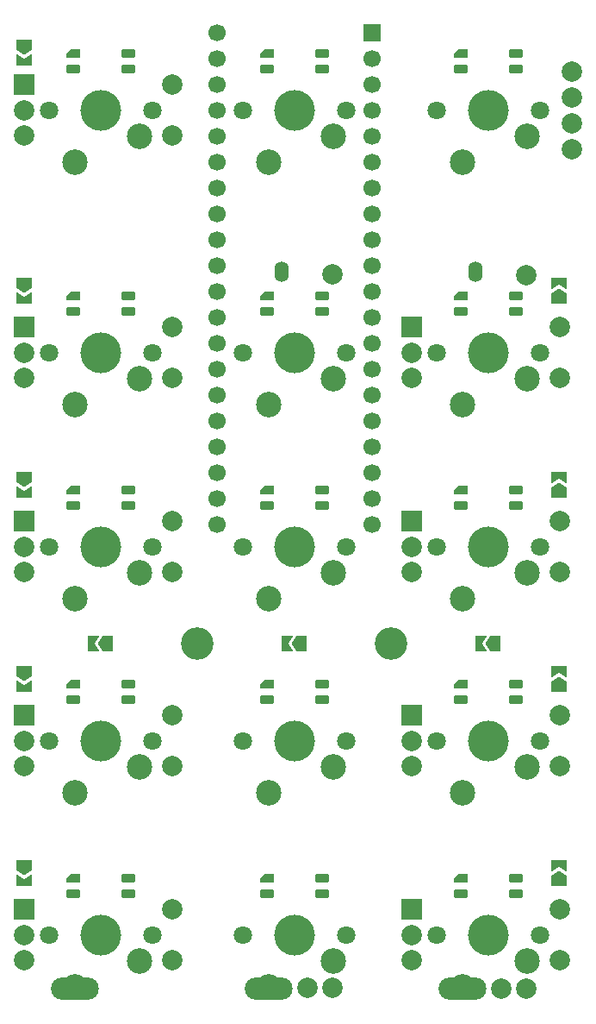
<source format=gbr>
%TF.GenerationSoftware,KiCad,Pcbnew,(6.0.2)*%
%TF.CreationDate,2022-02-17T20:40:29-08:00*%
%TF.ProjectId,keeb test board,6b656562-2074-4657-9374-20626f617264,rev?*%
%TF.SameCoordinates,Original*%
%TF.FileFunction,Soldermask,Bot*%
%TF.FilePolarity,Negative*%
%FSLAX46Y46*%
G04 Gerber Fmt 4.6, Leading zero omitted, Abs format (unit mm)*
G04 Created by KiCad (PCBNEW (6.0.2)) date 2022-02-17 20:40:29*
%MOMM*%
%LPD*%
G01*
G04 APERTURE LIST*
G04 Aperture macros list*
%AMRoundRect*
0 Rectangle with rounded corners*
0 $1 Rounding radius*
0 $2 $3 $4 $5 $6 $7 $8 $9 X,Y pos of 4 corners*
0 Add a 4 corners polygon primitive as box body*
4,1,4,$2,$3,$4,$5,$6,$7,$8,$9,$2,$3,0*
0 Add four circle primitives for the rounded corners*
1,1,$1+$1,$2,$3*
1,1,$1+$1,$4,$5*
1,1,$1+$1,$6,$7*
1,1,$1+$1,$8,$9*
0 Add four rect primitives between the rounded corners*
20,1,$1+$1,$2,$3,$4,$5,0*
20,1,$1+$1,$4,$5,$6,$7,0*
20,1,$1+$1,$6,$7,$8,$9,0*
20,1,$1+$1,$8,$9,$2,$3,0*%
%AMFreePoly0*
4,1,18,-0.410000,0.593000,-0.403758,0.624380,-0.385983,0.650983,-0.359380,0.668758,-0.328000,0.675000,0.000000,0.675000,0.410000,0.265000,0.410000,-0.593000,0.403758,-0.624380,0.385983,-0.650983,0.359380,-0.668758,0.328000,-0.675000,-0.328000,-0.675000,-0.359380,-0.668758,-0.385983,-0.650983,-0.403758,-0.624380,-0.410000,-0.593000,-0.410000,0.593000,-0.410000,0.593000,$1*%
%AMFreePoly1*
4,1,6,1.000000,0.000000,0.500000,-0.750000,-0.500000,-0.750000,-0.500000,0.750000,0.500000,0.750000,1.000000,0.000000,1.000000,0.000000,$1*%
%AMFreePoly2*
4,1,6,0.500000,-0.750000,-0.650000,-0.750000,-0.150000,0.000000,-0.650000,0.750000,0.500000,0.750000,0.500000,-0.750000,0.500000,-0.750000,$1*%
G04 Aperture macros list end*
%ADD10R,2.000000X2.000000*%
%ADD11C,2.000000*%
%ADD12RoundRect,0.082000X0.593000X-0.328000X0.593000X0.328000X-0.593000X0.328000X-0.593000X-0.328000X0*%
%ADD13FreePoly0,90.000000*%
%ADD14C,1.800000*%
%ADD15C,4.000000*%
%ADD16C,2.500000*%
%ADD17O,4.700000X2.200000*%
%ADD18C,3.200000*%
%ADD19O,1.400000X2.000000*%
%ADD20FreePoly1,270.000000*%
%ADD21FreePoly2,270.000000*%
%ADD22FreePoly1,90.000000*%
%ADD23FreePoly2,90.000000*%
%ADD24R,1.700000X1.700000*%
%ADD25C,1.700000*%
%ADD26FreePoly1,180.000000*%
%ADD27FreePoly2,180.000000*%
G04 APERTURE END LIST*
D10*
%TO.C,EN4*%
X65610000Y-106950000D03*
D11*
X65610000Y-111950000D03*
X65610000Y-109450000D03*
X80110000Y-111950000D03*
X80110000Y-106950000D03*
%TD*%
D12*
%TO.C,D11*%
X75835000Y-105400000D03*
X75835000Y-103900000D03*
X70385000Y-105400000D03*
D13*
X70385000Y-103900000D03*
%TD*%
D10*
%TO.C,EN3*%
X103710000Y-87900000D03*
D11*
X103710000Y-92900000D03*
X103710000Y-90400000D03*
X118210000Y-92900000D03*
X118210000Y-87900000D03*
%TD*%
D14*
%TO.C,SW4*%
X116290000Y-90400000D03*
X106130000Y-90400000D03*
D15*
X111210000Y-90400000D03*
D16*
X115020000Y-92940000D03*
X108670000Y-95480000D03*
%TD*%
D12*
%TO.C,D15*%
X113935000Y-62537500D03*
X113935000Y-61037500D03*
X108485000Y-62537500D03*
D13*
X108485000Y-61037500D03*
%TD*%
D14*
%TO.C,SW13*%
X116290000Y-147550000D03*
X106130000Y-147550000D03*
D15*
X111210000Y-147550000D03*
D16*
X115020000Y-150090000D03*
D17*
X108670000Y-152780000D03*
D16*
X108670000Y-152630000D03*
%TD*%
D10*
%TO.C,EN7*%
X103710000Y-126000000D03*
D11*
X103710000Y-131000000D03*
X103710000Y-128500000D03*
X118210000Y-131000000D03*
X118210000Y-126000000D03*
%TD*%
D12*
%TO.C,D3*%
X113935000Y-105400000D03*
X113935000Y-103900000D03*
X108485000Y-105400000D03*
D13*
X108485000Y-103900000D03*
%TD*%
D10*
%TO.C,EN6*%
X65610000Y-126000000D03*
D11*
X65610000Y-131000000D03*
X65610000Y-128500000D03*
X80110000Y-131000000D03*
X80110000Y-126000000D03*
%TD*%
D12*
%TO.C,D7*%
X94885000Y-124450000D03*
X94885000Y-122950000D03*
X89435000Y-124450000D03*
D13*
X89435000Y-122950000D03*
%TD*%
D10*
%TO.C,EN8*%
X65610000Y-145050000D03*
D11*
X65610000Y-150050000D03*
X65610000Y-147550000D03*
X80110000Y-150050000D03*
X80110000Y-145050000D03*
%TD*%
D15*
%TO.C,SW3*%
X92160000Y-90400000D03*
D14*
X87080000Y-90400000D03*
X97240000Y-90400000D03*
D16*
X95970000Y-92940000D03*
X89620000Y-95480000D03*
%TD*%
D12*
%TO.C,D14*%
X94885000Y-62537500D03*
X94885000Y-61037500D03*
X89435000Y-62537500D03*
D13*
X89435000Y-61037500D03*
%TD*%
D10*
%TO.C,EN9*%
X103710000Y-145050000D03*
D11*
X103710000Y-150050000D03*
X103710000Y-147550000D03*
X118210000Y-150050000D03*
X118210000Y-145050000D03*
%TD*%
D15*
%TO.C,SW14*%
X92160000Y-66587500D03*
D14*
X87080000Y-66587500D03*
X97240000Y-66587500D03*
D16*
X95970000Y-69127500D03*
X89620000Y-71667500D03*
%TD*%
D11*
%TO.C,OL1*%
X119415000Y-70397500D03*
X119415000Y-67857500D03*
X119415000Y-65317500D03*
X119415000Y-62777500D03*
%TD*%
D12*
%TO.C,D2*%
X113935000Y-124450000D03*
X113935000Y-122950000D03*
X108485000Y-124450000D03*
D13*
X108485000Y-122950000D03*
%TD*%
D12*
%TO.C,D6*%
X94885000Y-105400000D03*
X94885000Y-103900000D03*
X89435000Y-105400000D03*
D13*
X89435000Y-103900000D03*
%TD*%
D12*
%TO.C,D8*%
X94885000Y-143500000D03*
X94885000Y-142000000D03*
X89435000Y-143500000D03*
D13*
X89435000Y-142000000D03*
%TD*%
D12*
%TO.C,D13*%
X75835000Y-62537500D03*
X75835000Y-61037500D03*
X70385000Y-62537500D03*
D13*
X70385000Y-61037500D03*
%TD*%
D14*
%TO.C,SW9*%
X97240000Y-128500000D03*
X87080000Y-128500000D03*
D15*
X92160000Y-128500000D03*
D16*
X95970000Y-131040000D03*
X89620000Y-133580000D03*
%TD*%
D10*
%TO.C,EN1*%
X65610000Y-64087500D03*
D11*
X65610000Y-69087500D03*
X65610000Y-66587500D03*
X80110000Y-69087500D03*
X80110000Y-64087500D03*
%TD*%
D12*
%TO.C,D1*%
X113935000Y-143500000D03*
X113935000Y-142000000D03*
X108485000Y-143500000D03*
D13*
X108485000Y-142000000D03*
%TD*%
D18*
%TO.C,H4*%
X101685000Y-118975000D03*
%TD*%
D15*
%TO.C,SW11*%
X73110000Y-147550000D03*
D14*
X68030000Y-147550000D03*
X78190000Y-147550000D03*
D16*
X76920000Y-150090000D03*
X70570000Y-152630000D03*
D17*
X70570000Y-152780000D03*
%TD*%
D14*
%TO.C,SW15*%
X116290000Y-66587500D03*
D15*
X111210000Y-66587500D03*
D14*
X106130000Y-66587500D03*
D16*
X115020000Y-69127500D03*
X108670000Y-71667500D03*
%TD*%
D11*
%TO.C,VR3*%
X114960000Y-152780000D03*
X112460000Y-152780000D03*
D19*
X109960000Y-82480000D03*
D11*
X114960000Y-82780000D03*
%TD*%
D12*
%TO.C,D12*%
X75835000Y-86350000D03*
X75835000Y-84850000D03*
X70385000Y-86350000D03*
D13*
X70385000Y-84850000D03*
%TD*%
D12*
%TO.C,D9*%
X75835000Y-143500000D03*
X75835000Y-142000000D03*
X70385000Y-143500000D03*
D13*
X70385000Y-142000000D03*
%TD*%
D14*
%TO.C,SW8*%
X78190000Y-128500000D03*
X68030000Y-128500000D03*
D15*
X73110000Y-128500000D03*
D16*
X76920000Y-131040000D03*
X70570000Y-133580000D03*
%TD*%
D10*
%TO.C,EN5*%
X103710000Y-106950000D03*
D11*
X103710000Y-111950000D03*
X103710000Y-109450000D03*
X118210000Y-111950000D03*
X118210000Y-106950000D03*
%TD*%
D14*
%TO.C,SW12*%
X97240000Y-147550000D03*
X87080000Y-147550000D03*
D15*
X92160000Y-147550000D03*
D16*
X95970000Y-150090000D03*
X89620000Y-152630000D03*
D17*
X89620000Y-152780000D03*
%TD*%
D12*
%TO.C,D10*%
X75835000Y-124450000D03*
X75835000Y-122950000D03*
X70385000Y-124450000D03*
D13*
X70385000Y-122950000D03*
%TD*%
D15*
%TO.C,SW7*%
X111210000Y-109450000D03*
D14*
X106130000Y-109450000D03*
X116290000Y-109450000D03*
D16*
X115020000Y-111990000D03*
X108670000Y-114530000D03*
%TD*%
D14*
%TO.C,SW6*%
X97240000Y-109450000D03*
X87080000Y-109450000D03*
D15*
X92160000Y-109450000D03*
D16*
X95970000Y-111990000D03*
X89620000Y-114530000D03*
%TD*%
D14*
%TO.C,SW10*%
X106130000Y-128500000D03*
D15*
X111210000Y-128500000D03*
D14*
X116290000Y-128500000D03*
D16*
X115020000Y-131040000D03*
X108670000Y-133580000D03*
%TD*%
D10*
%TO.C,EN2*%
X65610000Y-87900000D03*
D11*
X65610000Y-92900000D03*
X65610000Y-90400000D03*
X80110000Y-92900000D03*
X80110000Y-87900000D03*
%TD*%
D12*
%TO.C,D4*%
X113935000Y-86350000D03*
X113935000Y-84850000D03*
X108485000Y-86350000D03*
D13*
X108485000Y-84850000D03*
%TD*%
D12*
%TO.C,D5*%
X94885000Y-86350000D03*
X94885000Y-84850000D03*
X89435000Y-86350000D03*
D13*
X89435000Y-84850000D03*
%TD*%
D11*
%TO.C,VR2*%
X95910000Y-152705000D03*
X93410000Y-152705000D03*
D19*
X90910000Y-82405000D03*
D11*
X95910000Y-82705000D03*
%TD*%
D14*
%TO.C,SW5*%
X78190000Y-109450000D03*
D15*
X73110000Y-109450000D03*
D14*
X68030000Y-109450000D03*
D16*
X76920000Y-111990000D03*
X70570000Y-114530000D03*
%TD*%
D15*
%TO.C,SW2*%
X73110000Y-90400000D03*
D14*
X68030000Y-90400000D03*
X78190000Y-90400000D03*
D16*
X76920000Y-92940000D03*
X70570000Y-95480000D03*
%TD*%
D18*
%TO.C,H3*%
X82635000Y-118975000D03*
%TD*%
D14*
%TO.C,SW1*%
X78190000Y-66587500D03*
D15*
X73110000Y-66587500D03*
D14*
X68030000Y-66587500D03*
D16*
X76920000Y-69127500D03*
X70570000Y-71667500D03*
%TD*%
D20*
%TO.C,JP12*%
X65617000Y-83579000D03*
D21*
X65617000Y-85029000D03*
%TD*%
D22*
%TO.C,JP4*%
X118195000Y-85028999D03*
D23*
X118195000Y-83578999D03*
%TD*%
D24*
%TO.C,U1*%
X99780000Y-58967500D03*
D25*
X99780000Y-61507500D03*
X99780000Y-64047500D03*
X99780000Y-66587500D03*
X99780000Y-69127500D03*
X99780000Y-71667500D03*
X99780000Y-74207500D03*
X99780000Y-76747500D03*
X99780000Y-79287500D03*
X99780000Y-81827500D03*
X99780000Y-84367500D03*
X99780000Y-86907500D03*
X99780000Y-89447500D03*
X99780000Y-91987500D03*
X99780000Y-94527500D03*
X99780000Y-97067500D03*
X99780000Y-99607500D03*
X99780000Y-102147500D03*
X99780000Y-104687500D03*
X99780000Y-107227500D03*
X84540000Y-107227500D03*
X84540000Y-104687500D03*
X84540000Y-102147500D03*
X84540000Y-99607500D03*
X84540000Y-97067500D03*
X84540000Y-94527500D03*
X84540000Y-91987500D03*
X84540000Y-89447500D03*
X84540000Y-86907500D03*
X84540000Y-84367500D03*
X84540000Y-81827500D03*
X84540000Y-79287500D03*
X84540000Y-76747500D03*
X84540000Y-74207500D03*
X84540000Y-71667500D03*
X84540000Y-69127500D03*
X84540000Y-66587500D03*
X84540000Y-64047500D03*
X84540000Y-61507500D03*
X84540000Y-58967500D03*
%TD*%
D26*
%TO.C,JPF3*%
X73835000Y-118975000D03*
D27*
X72385000Y-118975000D03*
%TD*%
D22*
%TO.C,JP1*%
X118195000Y-142179000D03*
D23*
X118195000Y-140729000D03*
%TD*%
D22*
%TO.C,JP2*%
X118195000Y-123129000D03*
D23*
X118195000Y-121679000D03*
%TD*%
D20*
%TO.C,JP10*%
X65617000Y-121679000D03*
D21*
X65617000Y-123129000D03*
%TD*%
D20*
%TO.C,JP13*%
X65617000Y-60211000D03*
D21*
X65617000Y-61661000D03*
%TD*%
D26*
%TO.C,JPF1*%
X111935000Y-118975000D03*
D27*
X110485000Y-118975000D03*
%TD*%
D20*
%TO.C,JP11*%
X65617000Y-102629000D03*
D21*
X65617000Y-104079000D03*
%TD*%
D22*
%TO.C,JP3*%
X118195000Y-104079000D03*
D23*
X118195000Y-102629000D03*
%TD*%
D26*
%TO.C,JPF2*%
X92885000Y-118975000D03*
D27*
X91435000Y-118975000D03*
%TD*%
D20*
%TO.C,JP9*%
X65617000Y-140729000D03*
D21*
X65617000Y-142179000D03*
%TD*%
M02*

</source>
